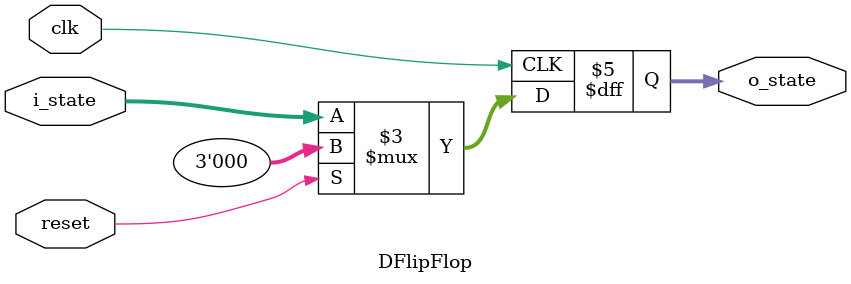
<source format=v>
module DFlipFlop(i_state, reset, clk, o_state);
    input [2:0]i_state;
    input reset, clk;
    output reg[2:0]o_state;
    always @(posedge clk) begin
        if (reset) o_state = 3'b000;
        else o_state = i_state;
    end
endmodule
</source>
